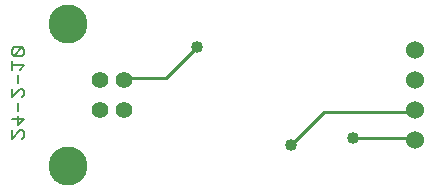
<source format=gbl>
G75*
G70*
%OFA0B0*%
%FSLAX24Y24*%
%IPPOS*%
%LPD*%
%AMOC8*
5,1,8,0,0,1.08239X$1,22.5*
%
%ADD10C,0.0080*%
%ADD11C,0.0560*%
%ADD12C,0.1300*%
%ADD13C,0.0600*%
%ADD14C,0.0100*%
%ADD15C,0.0400*%
D10*
X002092Y004641D02*
X002372Y004921D01*
X002442Y004921D01*
X002512Y004851D01*
X002512Y004711D01*
X002442Y004641D01*
X002092Y004641D02*
X002092Y004921D01*
X002302Y005101D02*
X002302Y005381D01*
X002302Y005561D02*
X002302Y005842D01*
X002442Y006022D02*
X002512Y006092D01*
X002512Y006232D01*
X002442Y006302D01*
X002372Y006302D01*
X002092Y006022D01*
X002092Y006302D01*
X002302Y006482D02*
X002302Y006762D01*
X002372Y006943D02*
X002512Y007083D01*
X002092Y007083D01*
X002092Y006943D02*
X002092Y007223D01*
X002162Y007403D02*
X002442Y007683D01*
X002162Y007683D01*
X002092Y007613D01*
X002092Y007473D01*
X002162Y007403D01*
X002442Y007403D01*
X002512Y007473D01*
X002512Y007613D01*
X002442Y007683D01*
X002512Y005311D02*
X002092Y005311D01*
X002302Y005101D02*
X002512Y005311D01*
D11*
X005052Y005609D03*
X005832Y005609D03*
X005832Y006593D03*
X005052Y006593D03*
D12*
X003982Y003731D03*
X003982Y008471D03*
D13*
X015552Y007601D03*
X015552Y006601D03*
X015552Y005601D03*
X015552Y004601D03*
D14*
X015552Y004661D01*
X013472Y004661D01*
X012512Y005541D02*
X015552Y005541D01*
X015552Y005601D01*
X012512Y005541D02*
X011392Y004421D01*
X008272Y007701D02*
X007232Y006661D01*
X005872Y006661D01*
X005832Y006593D01*
D15*
X008272Y007701D03*
X011392Y004421D03*
X013472Y004661D03*
M02*

</source>
